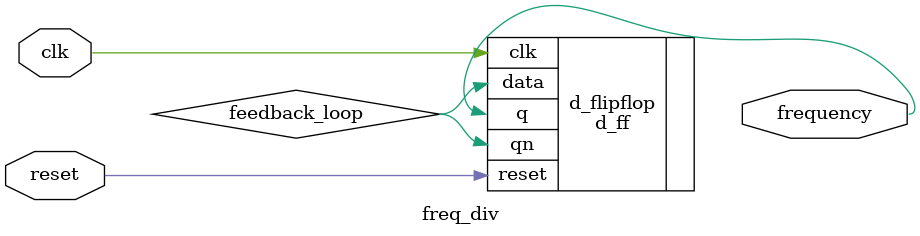
<source format=v>
module freq_div(
	clk, frequency,reset);
	input clk;
	input reset;
	output frequency;

	wire feedback_loop;

	d_ff d_flipflop(.data(feedback_loop),.clk(clk),.reset(reset),.q(frequency),.qn(feedback_loop));
endmodule // frequencydivider	
</source>
